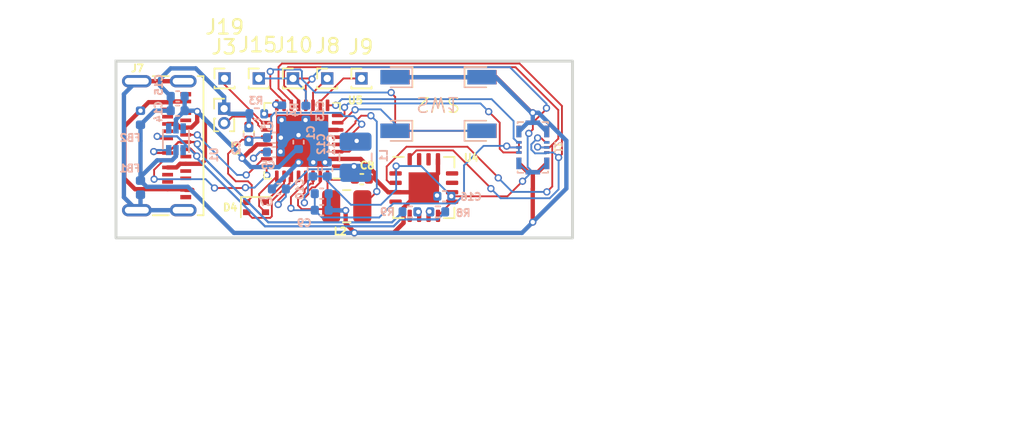
<source format=kicad_pcb>
(kicad_pcb (version 20221018) (generator pcbnew)
  (layers (0 "F.Cu" signal) (31 "B.Cu" signal) (34 "B.Paste" user) (35 "F.Paste" user) (36 "B.SilkS" user "B.Silkscreen") (37 "F.SilkS" user "F.Silkscreen") (38 "B.Mask" user) (39 "F.Mask" user) (44 "Edge.Cuts" user))
  (net 0 "")
  (net 1 "VBUS")
  (net 2 "GND")
  (net 3 "/Micro Connector/VSYS")
  (net 4 "/Micro Connector/VBUSOUT")
  (net 5 "/Micro Connector/VOUT1")
  (net 6 "/Micro Connector/VOUT2")
  (net 7 "/Micro Connector/VCC_1V8")
  (net 8 "VDD")
  (net 9 "/Micro Connector/LED_PWR_R")
  (net 10 "/Micro Connector/LED_PWR_G")
  (net 11 "/Micro Connector/LED_PWR_Y")
  (net 12 "Earth")
  (net 13 "GNDPWR")
  (net 14 "/Micro Connector/I3C_SCL")
  (net 15 "/Micro Connector/I3C_SDA")
  (net 16 "/Micro Connector/INT_1")
  (net 18 "/Micro Connector/INT_2")
  (net 20 "/Micro Connector/NTC")
  (net 21 "/Micro Connector/CC1")
  (net 22 "/Micro Connector/USB_D+")
  (net 23 "/Micro Connector/USB_D-")
  (net 25 "/Micro Connector/CC2")
  (net 27 "/Micro Connector/GPIO_2")
  (net 28 "/Micro Connector/GPIO_1")
  (net 29 "/Micro Connector/+BATT")
  (net 30 "Net-(U5-SW1)")
  (net 31 "Net-(U5-SW2)")
  (net 32 "Net-(U5-VSET1)")
  (net 33 "Net-(U5-VSET2)")
  (net 34 "Net-(U4-USBDM)")
  (net 35 "Net-(U4-USBDP)")
  (net 36 "/Micro Connector/RST_CONN")
  (net 37 "Net-(U5-SHPHLD)")
  (footprint "Connector_PinHeader_1.00mm:PinHeader_1x01_P1.00mm_Vertical" (layer "F.Cu") (at 118.3214 94.8264)
    (fp_text reference "J3")
    (fp_text value "Conn_01x01_Pin")
  )
  (footprint "Capacitor_SMD:C_0402_1005Metric" (layer "F.Cu") (at 119.9978 98.5748 90)
    (fp_text reference "C3")
    (fp_text value "10uF")
  )
  (footprint "Inductor_SMD:L_1008_2520Metric" (layer "F.Cu") (at 126.7542 103.6402)
    (fp_text reference "L2")
    (fp_text value "2.2uH")
  )
  (footprint "Connector_PinHeader_1.00mm:PinHeader_1x01_P1.00mm_Vertical" (layer "F.Cu") (at 127.7702 94.8264)
    (fp_text reference "J9")
    (fp_text value "Conn_01x01_Pin")
  )
  (footprint "Package_DFN_QFN:QFN-32-1EP_5x5mm_P0.5mm_EP3.6x3.6mm" (layer "F.Cu") (at 123.6782 99.1306 180)
    (fp_text reference "U5")
    (fp_text value "nPM1300-QEAA")
  )
  (footprint "Herald:HERALD_V2_CONN_RECEPTACLE" (layer "F.Cu") (at 139.5978 99.5818 -90)
    (fp_text reference "J1")
    (fp_text value "HERALD_V2_CONN_RECEPTACLE")
  )
  (footprint "Connector_PinHeader_1.00mm:PinHeader_1x01_P1.00mm_Vertical" (layer "F.Cu") (at 125.408 94.8264)
    (fp_text reference "J8")
    (fp_text value "Conn_01x01_Pin")
  )
  (footprint "Herald:PTS526" (layer "F.Cu") (at 133.0982 96.5886 180)
    (fp_text reference "SW2")
    (fp_text value "PTS526")
  )
  (footprint "Connector_PinHeader_1.00mm:PinHeader_1x01_P1.00mm_Vertical" (layer "F.Cu") (at 120.6836 94.8264)
    (fp_text reference "J15")
    (fp_text value "Conn_01x01_Pin")
  )
  (footprint "Herald:LED_Kingbright_APHF1608" (layer "F.Cu") (at 120.4976 103.7082)
    (fp_text reference "D4")
    (fp_text value "LED_ARGY")
  )
  (footprint "Herald:USB_C_Receptacle_IPxx" (layer "F.Cu") (at 112.268 99.4664 -90)
    (fp_text reference "J7")
    (fp_text value "USB_C_Receptacle_USB2.0")
  )
  (footprint "Connector_PinHeader_1.00mm:PinHeader_1x01_P1.00mm_Vertical" (layer "F.Cu") (at 123.0458 94.8264)
    (fp_text reference "J10")
    (fp_text value "Conn_01x01_Pin")
  )
  (footprint "Capacitor_SMD:C_0402_1005Metric" (layer "F.Cu") (at 127.7956 101.7778)
    (fp_text reference "C8")
    (fp_text value "10uF")
  )
  (footprint "Connector_PinHeader_1.00mm:PinHeader_1x02_P1.00mm_Vertical" (layer "F.Cu") (at 118.296 96.9092)
    (fp_text reference "J19")
    (fp_text value "Conn_01x02_Pin")
  )
  (footprint "Package_DFN_QFN:QFN-16-1EP_4x4mm_P0.65mm_EP2.1x2.1mm" (layer "F.Cu") (at 132.0745 102.3551)
    (fp_text reference "U4")
    (fp_text value "FT201XQ")
  )
  (footprint "Capacitor_SMD:C_0402_1005Metric" (layer "B.Cu") (at 124.4174 101.1028 90)
    (fp_text reference "C12")
    (fp_text value "10uF")
  )
  (footprint "Inductor_SMD:L_0402_1005Metric" (layer "B.Cu") (at 112.522 97.5384 -90)
    (fp_text reference "FB2")
    (fp_text value "120R/0.6A")
  )
  (footprint "Resistor_SMD:R_0402_1005Metric" (layer "B.Cu") (at 120.5484 97.2648 180)
    (fp_text reference "R3")
    (fp_text value "4.7K")
  )
  (footprint "Capacitor_SMD:C_0402_1005Metric" (layer "B.Cu") (at 123.4268 99.2206 90)
    (fp_text reference "C1")
    (fp_text value "1uF")
  )
  (footprint "Capacitor_SMD:C_0402_1005Metric" (layer "B.Cu") (at 125.408 101.1002 90)
    (fp_text reference "C11")
    (fp_text value "10uF")
  )
  (footprint "Capacitor_SMD:C_0402_1005Metric" (layer "B.Cu") (at 125.027 103.9196)
    (fp_text reference "C9")
    (fp_text value "10uF")
  )
  (footprint "Capacitor_SMD:C_0402_1005Metric" (layer "B.Cu") (at 123.9348 97.1886 90)
    (fp_text reference "C13")
    (fp_text value "100nF")
  )
  (footprint "Resistor_SMD:R_0402_1005Metric" (layer "B.Cu") (at 133.0397 104.0315)
    (fp_text reference "R8")
    (fp_text value "27")
  )
  (footprint "Capacitor_SMD:C_0402_1005Metric" (layer "B.Cu") (at 115.0874 96.0628)
    (fp_text reference "C15")
    (fp_text value "100nF/100V")
  )
  (footprint "Capacitor_SMD:C_0402_1005Metric" (layer "B.Cu") (at 122.0718 102.4518 180)
    (fp_text reference "C7")
    (fp_text value "10uF")
  )
  (footprint "Inductor_SMD:L_0402_1005Metric" (layer "B.Cu") (at 112.522 102.362 90)
    (fp_text reference "FB1")
    (fp_text value "120R/0.6A")
  )
  (footprint "Capacitor_SMD:C_0402_1005Metric" (layer "B.Cu") (at 125.027 102.7766)
    (fp_text reference "C10")
    (fp_text value "10uF")
  )
  (footprint "Resistor_SMD:R_0402_1005Metric" (layer "B.Cu") (at 122.2584 97.1886 90)
    (fp_text reference "R4")
    (fp_text value "499K")
  )
  (footprint "Resistor_SMD:R_0402_1005Metric" (layer "B.Cu") (at 131.1093 104.0315)
    (fp_text reference "R9")
    (fp_text value "27")
  )
  (footprint "Capacitor_SMD:C_0402_1005Metric" (layer "B.Cu") (at 133.4897 102.9535 180)
    (fp_text reference "C16")
    (fp_text value "100nF")
  )
  (footprint "Herald:HERALD_V2_CONN_RECEPTACLE" (layer "B.Cu") (at 139.5932 99.5874 90)
    (fp_text reference "J2")
    (fp_text value "HERALD_V2_CONN_RECEPTACLE")
  )
  (footprint "Herald:SOT-563" (layer "B.Cu") (at 114.9684 99.0226 90)
    (fp_text reference "U1")
    (fp_text value "DT1446-04V")
  )
  (footprint "Capacitor_SMD:C_0402_1005Metric" (layer "B.Cu") (at 115.0874 97.0534)
    (fp_text reference "C14")
    (fp_text value "4.7uF")
  )
  (footprint "Capacitor_SMD:C_0402_1005Metric" (layer "B.Cu") (at 121.725 98.9158)
    (fp_text reference "C4")
    (fp_text value "10uF")
  )
  (footprint "Inductor_SMD:L_1008_2520Metric" (layer "B.Cu") (at 127.3638 100.262 90)
    (fp_text reference "L1")
    (fp_text value "2.2uH")
  )
  (footprint "Herald:PTS526" (layer "B.Cu") (at 133.0728 96.5886)
    (fp_text reference "SW1")
    (fp_text value "PTS526")
  )
  (footprint "Capacitor_SMD:C_0402_1005Metric" (layer "B.Cu") (at 121.725 99.9064)
    (fp_text reference "C5")
    (fp_text value "1uF")
  )
  (footprint "Capacitor_SMD:C_0402_1005Metric" (layer "B.Cu") (at 119.9978 98.738 90)
    (fp_text reference "C2")
    (fp_text value "10uF")
  )
  (gr_rect (start 110.8316 93.6304) (end 142.3316 105.8304) (stroke (width 0.2)) (fill none) (layer "Edge.Cuts"))
  (segment (start 120.5689 99.3806) (end 121.2282 99.3806) (width 0.3) (layer "F.Cu") (net 1))
  (segment (start 115.25409 100.7164) (end 115.643 100.7164) (width 0.3) (layer "F.Cu") (net 1))
  (segment (start 115.00409 97.9664) (end 115.25409 98.2164) (width 0.3) (layer "F.Cu") (net 1))
  (segment (start 114.393 100.9664) (end 115.00409 100.9664) (width 0.3) (layer "F.Cu") (net 1))
  (segment (start 116.03191 98.2164) (end 115.643 98.2164) (width 0.3) (layer "F.Cu") (net 1))
  (segment (start 119.577337 100.33) (end 120.102337 99.805) (width 0.3) (layer "F.Cu") (net 1))
  (segment (start 115.25409 98.2164) (end 115.643 98.2164) (width 0.3) (layer "F.Cu") (net 1))
  (segment (start 116.4336 97.81471) (end 116.03191 98.2164) (width 0.3) (layer "F.Cu") (net 1))
  (segment (start 116.967 97.6376) (end 116.4336 97.1042) (width 0.3) (layer "F.Cu") (net 1))
  (segment (start 116.967 100.457) (end 116.967 97.6376) (width 0.3) (layer "F.Cu") (net 1))
  (segment (start 115.643 100.7164) (end 116.7076 100.7164) (width 0.3) (layer "F.Cu") (net 1))
  (segment (start 120.102337 99.805) (end 120.1445 99.805) (width 0.3) (layer "F.Cu") (net 1))
  (segment (start 115.00409 100.9664) (end 115.25409 100.7164) (width 0.3) (layer "F.Cu") (net 1))
  (segment (start 120.1445 99.805) (end 120.5689 99.3806) (width 0.3) (layer "F.Cu") (net 1))
  (segment (start 116.4336 97.1042) (end 116.4336 97.81471) (width 0.3) (layer "F.Cu") (net 1))
  (segment (start 116.7076 100.7164) (end 116.967 100.457) (width 0.3) (layer "F.Cu") (net 1))
  (segment (start 119.5324 100.33) (end 119.577337 100.33) (width 0.3) (layer "F.Cu") (net 1))
  (segment (start 114.393 97.9664) (end 115.00409 97.9664) (width 0.3) (layer "F.Cu") (net 1))
  (via (at 119.5324 100.33) (size 0.5) (drill 0.3) (layers "F.Cu" "B.Cu") (net 1))
  (via (at 116.4336 97.1042) (size 0.5) (drill 0.3) (layers "F.Cu" "B.Cu") (net 1))
  (segment (start 119.5324 100.33) (end 119.5324 100.203) (width 0.3) (layer "B.Cu") (net 1))
  (segment (start 116.3828 97.0534) (end 116.4336 97.1042) (width 0.3) (layer "B.Cu") (net 1))
  (segment (start 119.5324 100.33) (end 120.142 100.9396) (width 0.3) (layer "B.Cu") (net 1))
  (segment (start 115.5674 97.0534) (end 115.5674 96.0628) (width 0.3) (layer "B.Cu") (net 1))
  (segment (start 114.9684 97.6524) (end 114.9684 98.2726) (width 0.3) (layer "B.Cu") (net 1))
  (segment (start 122.0687 100.9396) (end 123.3077 99.7006) (width 0.3) (layer "B.Cu") (net 1))
  (segment (start 120.142 100.9396) (end 122.0687 100.9396) (width 0.3) (layer "B.Cu") (net 1))
  (segment (start 115.5674 97.0534) (end 116.3828 97.0534) (width 0.3) (layer "B.Cu") (net 1))
  (segment (start 119.5324 100.203) (end 116.4336 97.1042) (width 0.3) (layer "B.Cu") (net 1))
  (segment (start 115.5674 97.0534) (end 114.9684 97.6524) (width 0.3) (layer "B.Cu") (net 1))
  (segment (start 139.590256 102.459344) (end 139.5978 102.4518) (width 0.3) (layer "F.Cu") (net 2))
  (segment (start 139.2478 101.2918) (end 138.6378 100.6818) (width 0.3) (layer "F.Cu") (net 2))
  (segment (start 126.6787 104.8347) (end 127.254 105.41) (width 0.3) (layer "F.Cu") (net 2))
  (segment (start 130.0982 94.7386) (end 136.0982 94.7386) (width 0.3) (layer "F.Cu") (net 2))
  (segment (start 136.0982 94.7386) (end 137.0662 94.7386) (width 0.3) (layer "F.Cu") (net 2))
  (segment (start 126.1287 100.3801) (end 127.7105 100.3801) (width 0.3) (layer "F.Cu") (net 2))
  (segment (start 137.0662 94.7386) (end 139.5216 97.194) (width 0.3) (layer "F.Cu") (net 2))
  (segment (start 139.5978 101.2918) (end 139.2478 101.2918) (width 0.3) (layer "F.Cu") (net 2))
  (segment (start 128.701663 101.7606) (end 129.621163 102.6801) (width 0.3) (layer "F.Cu") (net 2))
  (segment (start 133.0495 100.4051) (end 133.0495 101.3801) (width 0.3) (layer "F.Cu") (net 2))
  (segment (start 129.996076 105.4785) (end 130.6745 104.800076) (width 0.3) (layer "F.Cu") (net 2))
  (segment (start 128.701663 101.371263) (end 128.701663 101.7606) (width 0.3) (layer "F.Cu") (net 2))
  (segment (start 125.4926 100.3806) (end 125.2556 100.6176) (width 0.3) (layer "F.Cu") (net 2))
  (segment (start 130.6745 104.800076) (end 130.6745 103.7551) (width 0.3) (layer "F.Cu") (net 2))
  (segment (start 139.5216 97.194) (end 139.5926 97.194) (width 0.3) (layer "F.Cu") (net 2))
  (segment (start 125.0186 100.3806) (end 124.9282 100.3806) (width 0.3) (layer "F.Cu") (net 2))
  (segment (start 126.1282 98.3806) (end 124.4282 98.3806) (width 0.3) (layer "F.Cu") (net 2))
  (segment (start 126.1282 100.3806) (end 126.1287 100.3801) (width 0.3) (layer "F.Cu") (net 2))
  (segment (start 139.590256 104.741456) (end 139.590256 102.459344) (width 0.3) (layer "F.Cu") (net 2))
  (segment (start 126.6787 103.9368) (end 126.6787 104.8347) (width 0.3) (layer "F.Cu") (net 2))
  (segment (start 127.2794 105.4785) (end 129.996076 105.4785) (width 0.3) (layer "F.Cu") (net 2))
  (segment (start 124.9282 100.3806) (end 123.6782 99.1306) (width 0.3) (layer "F.Cu") (net 2))
  (segment (start 139.9478 101.2918) (end 140.5578 100.6818) (width 0.3) (layer "F.Cu") (net 2))
  (segment (start 130.1245 102.6801) (end 131.7495 102.6801) (width 0.3) (layer "F.Cu") (net 2))
  (segment (start 133.0495 101.3801) (end 132.0745 102.3551) (width 0.3) (layer "F.Cu") (net 2))
  (segment (start 139.5978 102.4518) (end 139.5978 101.2918) (width 0.3) (layer "F.Cu") (net 2))
  (segment (start 126.1282 100.3806) (end 125.4926 100.3806) (width 0.3) (layer "F.Cu") (net 2))
  (segment (start 130.6745 103.7551) (end 132.0745 102.3551) (width 0.3) (layer "F.Cu") (net 2))
  (segment (start 127.7105 100.3801) (end 128.701663 101.371263) (width 0.3) (layer "F.Cu") (net 2))
  (segment (start 125.2556 100.6176) (end 125.0186 100.3806) (width 0.3) (layer "F.Cu") (net 2))
  (segment (start 139.5978 101.2918) (end 139.9478 101.2918) (width 0.3) (layer "F.Cu") (net 2))
  (segment (start 131.7495 102.6801) (end 132.0745 102.3551) (width 0.3) (layer "F.Cu") (net 2))
  (segment (start 124.4282 98.3806) (end 123.6782 99.1306) (width 0.3) (layer "F.Cu") (net 2))
  (segment (start 129.621163 102.6801) (end 130.1245 102.6801) (width 0.3) (layer "F.Cu") (net 2))
  (via (at 123.4268 100.6176) (size 0.5) (drill 0.3) (layers "F.Cu" "B.Cu") (net 2))
  (via (at 127.2794 105.4785) (size 0.5) (drill 0.3) (layers "F.Cu" "B.Cu") (net 2))
  (via (at 122.2584 97.6966) (size 0.5) (drill 0.3) (layers "F.Cu" "B.Cu") (net 2))
  (via (at 139.5926 97.194) (size 0.5) (drill 0.3) (layers "F.Cu" "B.Cu") (net 2))
  (via (at 123.4268 98.738) (size 0.5) (drill 0.3) (layers "F.Cu" "B.Cu") (net 2))
  (via (at 123.9094 97.6966) (size 0.5) (drill 0.3) (layers "F.Cu" "B.Cu") (net 2))
  (via (at 125.2556 100.6176) (size 0.5) (drill 0.3) (layers "F.Cu" "B.Cu") (net 2))
  (via (at 122.1822 99.881) (size 0.5) (drill 0.3) (layers "F.Cu" "B.Cu") (net 2))
  (via (at 126.6787 103.9368) (size 0.5) (drill 0.3) (layers "F.Cu" "B.Cu") (net 2))
  (via (at 122.2076 98.9158) (size 0.5) (drill 0.3) (layers "F.Cu" "B.Cu") (net 2))
  (via (at 124.4428 100.6176) (size 0.5) (drill 0.3) (layers "F.Cu" "B.Cu") (net 2))
  (via (at 132.9817 102.9027) (size 0.5) (drill 0.3) (layers "F.Cu" "B.Cu") (net 2))
  (via (at 119.9978 98.0948) (size 0.5) (drill 0.3) (layers "F.Cu" "B.Cu") (net 2))
  (via (at 139.590256 104.741456) (size 0.5) (drill 0.3) (layers "F.Cu" "B.Cu") (net 2))
  (segment (start 114.9684 100.19901) (end 114.69341 100.474) (width 0.3) (layer "B.Cu") (net 2))
  (segment (start 139.5926 97.194) (end 139.5926 97.273) (width 0.3) (layer "B.Cu") (net 2))
  (segment (start 112.522 99.1388) (end 112.522 101.877) (width 0.3) (layer "B.Cu") (net 2))
  (segment (start 123.4268 100.6176) (end 123.426 100.6176) (width 0.3) (layer "B.Cu") (net 2))
  (segment (start 114.9684 99.7726) (end 114.9684 100.19901) (width 0.3) (layer "B.Cu") (net 2))
  (segment (start 114.6074 96.0628) (end 113.8682 95.3236) (width 0.3) (layer "B.Cu") (net 2))
  (segment (start 139.984663 97.194) (end 139.5926 97.194) (width 0.3) (layer "B.Cu") (net 2))
  (segment (start 138.845512 105.4862) (end 118.9736 105.4862) (width 0.3) (layer "B.Cu") (net 2))
  (segment (start 113.8682 95.3236) (end 113.8682 94.869) (width 0.3) (layer "B.Cu") (net 2))
  (segment (start 113.492 97.0534) (end 112.522 98.0234) (width 0.3) (layer "B.Cu") (net 2))
  (segment (start 119.9978 97.3054) (end 120.0384 97.2648) (width 0.3) (layer "B.Cu") (net 2))
  (segment (start 125.507 102.7766) (end 125.507 103.9196) (width 0.3) (layer "B.Cu") (net 2))
  (segment (start 136.0728 94.7386) (end 130.0728 94.7386) (width 0.3) (layer "B.Cu") (net 2))
  (segment (start 139.2426 97.8774) (end 138.6326 98.4874) (width 0.3) (layer "B.Cu") (net 2))
  (segment (start 118.6516 97.2648) (end 118.296 96.9092) (width 0.3) (layer "B.Cu") (net 2))
  (segment (start 126.6787 103.9368) (end 126.247 103.9368) (width 0.3) (layer "B.Cu") (net 2))
  (segment (start 139.4962 97.194) (end 139.5926 97.194) (width 0.3) (layer "B.Cu") (net 2))
  (segment (start 139.590256 104.741456) (end 141.9098 102.421911) (width 0.3) (layer "B.Cu") (net 2))
  (segment (start 114.69341 100.474) (end 113.6734 100.474) (width 0.3) (layer "B.Cu") (net 2))
  (segment (start 126.2298 103.9196) (end 125.507 103.9196) (width 0.3) (layer "B.Cu") (net 2))
  (segment (start 115.7902 102.3028) (end 112.9478 102.3028) (width 0.3) (layer "B.Cu") (net 2))
  (segment (start 118.296 96.0964) (end 118.296 96.9092) (width 0.3) (layer "B.Cu") (net 2))
  (segment (start 126.247 103.9368) (end 126.2298 103.9196) (width 0.3) (layer "B.Cu") (net 2))
  (segment (start 141.9098 99.119137) (end 139.984663 97.194) (width 0.3) (layer "B.Cu") (net 2))
  (segment (start 139.5926 97.8774) (end 139.9426 97.8774) (width 0.3) (layer "B.Cu") (net 2))
  (segment (start 118.9736 105.4862) (end 115.7902 102.3028) (width 0.3) (layer "B.Cu") (net 2))
  (segment (start 139.5926 97.8774) (end 139.2426 97.8774) (width 0.3) (layer "B.Cu") (net 2))
  (segment (start 116.332 94.1324) (end 118.296 96.0964) (width 0.3) (layer "B.Cu") (net 2))
  (segment (start 112.522 98.0234) (end 112.522 99.1388) (width 0.3) (layer "B.Cu") (net 2))
  (segment (start 114.6048 94.1324) (end 116.332 94.1324) (width 0.3) (layer "B.Cu") (net 2))
  (segment (start 123.426 100.6176) (end 121.5918 102.4518) (width 0.3) (layer "B.Cu") (net 2))
  (segment (start 139.590256 104.741456) (end 138.845512 105.4862) (width 0.3) (layer "B.Cu") (net 2))
  (segment (start 120.0384 97.2648) (end 118.6516 97.2648) (width 0.3) (layer "B.Cu") (net 2))
  (segment (start 136.0728 94.7386) (end 137.0408 94.7386) (width 0.3) (layer "B.Cu") (net 2))
  (segment (start 113.8682 94.869) (end 114.6048 94.1324) (width 0.3) (layer "B.Cu") (net 2))
  (segment (start 137.0408 94.7386) (end 139.4962 97.194) (width 0.3) (layer "B.Cu") (net 2))
  (segment (start 113.6734 100.474) (end 112.522 101.6254) (width 0.3) (layer "B.Cu") (net 2))
  (segment (start 139.5926 97.273) (end 139.5926 97.8774) (width 0.3) (layer "B.Cu") (net 2))
  (segment (start 114.6074 97.0534) (end 113.492 97.0534) (width 0.3) (layer "B.Cu") (net 2))
  (segment (start 139.9426 97.8774) (end 140.5526 98.4874) (width 0.3) (layer "B.Cu") (net 2))
  (segment (start 119.9978 98.258) (end 119.9978 97.3054) (width 0.3) (layer "B.Cu") (net 2))
  (segment (start 139.5926 97.273) (end 139.5926 97.273) (width 0.3) (layer "B.Cu") (net 2))
  (segment (start 114.6074 96.0628) (end 114.6074 97.0534) (width 0.3) (layer "B.Cu") (net 2))
  (segment (start 112.9478 102.3028) (end 112.522 101.877) (width 0.3) (layer "B.Cu") (net 2))
  (segment (start 141.9098 102.421911) (end 141.9098 99.119137) (width 0.3) (layer "B.Cu") (net 2))
  (segment (start 112.522 101.6254) (end 112.522 101.877) (width 0.3) (layer "B.Cu") (net 2))
  (segment (start 120.3082 98.9076) (end 121.2012 98.9076) (width 0.127) (layer "F.Cu") (net 3))
  (segment (start 119.5376 99.0548) (end 118.5672 100.0252) (width 0.127) (layer "F.Cu") (net 3))
  (segment (start 120.161 99.0548) (end 120.3082 98.9076) (width 0.127) (layer "F.Cu") (net 3))
  (segment (start 127.7868 97.9814) (end 126.3876 99.3806) (width 0.127) (layer "F.Cu") (net 3))
  (segment (start 120.1995 102.180367) (end 120.1995 103.0063) (width 0.127) (layer "F.Cu") (net 3))
  (segment (start 119.942633 101.9235) (end 120.1995 102.180367) (width 0.127) (layer "F.Cu") (net 3))
  (segment (start 119.9978 99.0548) (end 119.5376 99.0548) (width 0.127) (layer "F.Cu") (net 3))
  (segment (start 119.0939 101.9235) (end 119.942633 101.9235) (width 0.127) (layer "F.Cu") (net 3))
  (segment (start 118.5672 101.3968) (end 119.0939 101.9235) (width 0.127) (layer "F.Cu") (net 3))
  (segment (start 120.1995 103.0063) (end 119.8476 103.3582) (width 0.127) (layer "F.Cu") (net 3))
  (segment (start 121.2012 98.9076) (end 121.2282 98.8806) (width 0.127) (layer "F.Cu") (net 3))
  (segment (start 119.9978 99.0548) (end 120.161 99.0548) (width 0.127) (layer "F.Cu") (net 3))
  (segment (start 126.3876 99.3806) (end 126.1282 99.3806) (width 0.127) (layer "F.Cu") (net 3))
  (segment (start 118.5672 100.0252) (end 118.5672 101.3968) (width 0.127) (layer "F.Cu") (net 3))
  (via (at 127.7868 97.9814) (size 0.5) (drill 0.3) (layers "F.Cu" "B.Cu") (net 3))
  (via (at 119.9978 99.0548) (size 0.5) (drill 0.3) (layers "F.Cu" "B.Cu") (net 3))
  (segment (start 121.7733 97.2001) (end 121.539 97.4344) (width 0.127) (layer "B.Cu") (net 3))
  (segment (start 121.539 97.4344) (end 121.539 98.6218) (width 0.127) (layer "B.Cu") (net 3))
  (segment (start 126.356433 97.2001) (end 121.7733 97.2001) (width 0.127) (layer "B.Cu") (net 3))
  (segment (start 121.539 98.6218) (end 121.245 98.9158) (width 0.127) (layer "B.Cu") (net 3))
  (segment (start 121.245 98.9158) (end 120.3 98.9158) (width 0.127) (layer "B.Cu") (net 3))
  (segment (start 126.585633 97.4293) (end 126.356433 97.2001) (width 0.127) (layer "B.Cu") (net 3))
  (segment (start 127.7868 97.9814) (end 127.2347 97.4293) (width 0.127) (layer "B.Cu") (net 3))
  (segment (start 127.2347 97.4293) (end 126.585633 97.4293) (width 0.127) (layer "B.Cu") (net 3))
  (segment (start 120.3 98.9158) (end 119.9978 99.218) (width 0.127) (layer "B.Cu") (net 3))
  (segment (start 120.7946 99.8806) (end 121.2282 99.8806) (width 0.127) (layer "F.Cu") (net 4))
  (segment (start 120.3452 100.33) (end 120.7946 99.8806) (width 0.127) (layer "F.Cu") (net 4))
  (segment (start 120.3198 100.33) (end 120.3452 100.33) (width 0.127) (layer "F.Cu") (net 4))
  (via (at 120.3198 100.33) (size 0.5) (drill 0.3) (layers "F.Cu" "B.Cu") (net 4))
  (segment (start 120.3198 100.33) (end 120.7434 99.9064) (width 0.127) (layer "B.Cu") (net 4))
  (segment (start 120.7434 99.9064) (end 121.245 99.9064) (width 0.127) (layer "B.Cu") (net 4))
  (segment (start 123.4282 101.8444) (end 123.4282 101.5806) (width 0.127) (layer "F.Cu") (net 5))
  (segment (start 122.0241 103.2485) (end 123.4282 101.8444) (width 0.127) (layer "F.Cu") (net 5))
  (segment (start 127.2295 100.8806) (end 126.1282 100.8806) (width 0.127) (layer "F.Cu") (net 5))
  (segment (start 127.254 100.9051) (end 127.2295 100.8806) (width 0.127) (layer "F.Cu") (net 5))
  (segment (start 122.0241 103.522613) (end 122.0241 103.2485) (width 0.127) (layer "F.Cu") (net 5))
  (via (at 122.0241 103.522613) (size 0.5) (drill 0.3) (layers "F.Cu" "B.Cu") (net 5))
  (via (at 127.254 100.9051) (size 0.5) (drill 0.3) (layers "F.Cu" "B.Cu") (net 5))
  (segment (start 122.77383 102.4518) (end 124.13433 101.0913) (width 0.127) (layer "B.Cu") (net 5))
  (segment (start 127.0678 101.0913) (end 127.254 100.9051) (width 0.127) (layer "B.Cu") (net 5))
  (segment (start 124.13433 101.0913) (end 127.0678 101.0913) (width 0.127) (layer "B.Cu") (net 5))
  (segment (start 122.5518 102.994913) (end 122.5518 102.4518) (width 0.127) (layer "B.Cu") (net 5))
  (segment (start 122.5518 102.4518) (end 122.77383 102.4518) (width 0.127) (layer "B.Cu") (net 5))
  (segment (start 122.0241 103.522613) (end 122.5518 102.994913) (width 0.127) (layer "B.Cu") (net 5))
  (segment (start 125.4282 102.492) (end 125.4282 101.5806) (width 0.127) (layer "F.Cu") (net 6))
  (segment (start 124.260985 102.0861) (end 123.8565 102.490585) (width 0.127) (layer "F.Cu") (net 6))
  (segment (start 123.650567 103.8434) (end 125.476 103.8434) (width 0.127) (layer "F.Cu") (net 6))
  (segment (start 123.8565 102.695918) (end 123.3942 103.158218) (width 0.127) (layer "F.Cu") (net 6))
  (segment (start 124.4282 102.0861) (end 124.260985 102.0861) (width 0.127) (layer "F.Cu") (net 6))
  (segment (start 125.6657 101.8181) (end 125.4282 101.5806) (width 0.127) (layer "F.Cu") (net 6))
  (segment (start 125.6792 103.6402) (end 125.4334 103.3944) (width 0.127) (layer "F.Cu") (net 6))
  (segment (start 124.4282 101.5806) (end 124.4282 102.0861) (width 0.127) (layer "F.Cu") (net 6))
  (segment (start 127.2581 101.8181) (end 125.6657 101.8181) (width 0.127) (layer "F.Cu") (net 6))
  (segment (start 127.3156 101.7606) (end 127.2581 101.8181) (width 0.127) (layer "F.Cu") (net 6))
  (segment (start 125.476 103.8434) (end 125.6792 103.6402) (width 0.127) (layer "F.Cu") (net 6))
  (segment (start 125.4334 102.4972) (end 125.4282 102.492) (width 0.127) (layer "F.Cu") (net 6))
  (segment (start 123.8565 102.490585) (end 123.8565 102.695918) (width 0.127) (layer "F.Cu") (net 6))
  (segment (start 123.3942 103.587033) (end 123.650567 103.8434) (width 0.127) (layer "F.Cu") (net 6))
  (segment (start 123.3942 103.158218) (end 123.3942 103.587033) (width 0.127) (layer "F.Cu") (net 6))
  (segment (start 125.4282 101.835568) (end 125.4282 101.5806) (width 0.127) (layer "F.Cu") (net 6))
  (segment (start 125.4334 103.3944) (end 125.4334 102.4972) (width 0.127) (layer "F.Cu") (net 6))
  (segment (start 123.9282 101.9806) (end 123.9282 101.5806) (width 0.127) (layer "F.Cu") (net 7))
  (segment (start 138.6378 99.2318) (end 138.6378 99.5818) (width 0.127) (layer "F.Cu") (net 7))
  (segment (start 137.8824 99.5818) (end 137.7944 99.4938) (width 0.127) (layer "F.Cu") (net 7))
  (segment (start 122.902509 103.7844) (end 122.902509 103.006291) (width 0.127) (layer "F.Cu") (net 7))
  (segment (start 138.6378 99.5818) (end 137.8824 99.5818) (width 0.127) (layer "F.Cu") (net 7))
  (segment (start 122.902509 103.006291) (end 123.9282 101.9806) (width 0.127) (layer "F.Cu") (net 7))
  (via (at 137.7944 99.4938) (size 0.5) (drill 0.3) (layers "F.Cu" "B.Cu") (net 7))
  (via (at 122.902509 103.7844) (size 0.5) (drill 0.3) (layers "F.Cu" "B.Cu") (net 7))
  (segment (start 128.9942 104.4194) (end 125.0468 104.4194) (width 0.127) (layer "B.Cu") (net 7))
  (segment (start 134.848 100.8262) (end 134.848 102.84977) (width 0.127) (layer "B.Cu") (net 7))
  (segment (start 134.24577 103.452) (end 129.9616 103.452) (width 0.127) (layer "B.Cu") (net 7))
  (segment (start 129.9616 103.452) (end 128.9942 104.4194) (width 0.127) (layer "B.Cu") (net 7))
  (segment (start 138.6326 99.5874) (end 138.6326 99.9374) (width 0.127) (layer "B.Cu") (net 7))
  (segment (start 124.547 102.7766) (end 124.547 103.9196) (width 0.127) (layer "B.Cu") (net 7))
  (segment (start 134.848 102.84977) (end 134.24577 103.452) (width 0.127) (layer "B.Cu") (net 7))
  (segment (start 125.0468 104.4194) (end 124.547 103.9196) (width 0.127) (layer "B.Cu") (net 7))
  (segment (start 137.7806 99.48) (end 136.1942 99.48) (width 0.127) (layer "B.Cu") (net 7))
  (segment (start 122.902509 103.7844) (end 123.037709 103.9196) (width 0.127) (layer "B.Cu") (net 7))
  (segment (start 136.1942 99.48) (end 134.848 100.8262) (width 0.127) (layer "B.Cu") (net 7))
  (segment (start 137.7944 99.4938) (end 137.888 99.5874) (width 0.127) (layer "B.Cu") (net 7))
  (segment (start 137.888 99.5874) (end 138.6326 99.5874) (width 0.127) (layer "B.Cu") (net 7))
  (segment (start 123.037709 103.9196) (end 124.547 103.9196) (width 0.127) (layer "B.Cu") (net 7))
  (segment (start 137.7944 99.4938) (end 137.7806 99.48) (width 0.127) (layer "B.Cu") (net 7))
  (segment (start 123.8327 103.4054) (end 123.8327 103.0761) (width 0.127) (layer "F.Cu") (net 8))
  (segment (start 133.9723 102.9535) (end 133.9786 102.9598) (width 0.127) (layer "F.Cu") (net 8))
  (segment (start 134.0245 102.9013) (end 134.0245 102.6801) (width 0.127) (layer "F.Cu") (net 8))
  (segment (start 134.0245 103.3301) (end 133.0495 104.3051) (width 0.127) (layer "F.Cu") (net 8))
  (segment (start 123.9282 95.2992) (end 123.9282 96.6806) (width 0.127) (layer "F.Cu") (net 8))
  (segment (start 124.5707 102.3381) (end 124.9282 101.9806) (width 0.127) (layer "F.Cu") (net 8))
  (segment (start 139.5978 97.8718) (end 139.2478 97.8718) (width 0.127) (layer "F.Cu") (net 8))
  (segment (start 137.8452 102.9598) (end 138.8866 101.9184) (width 0.127) (layer "F.Cu") (net 8))
  (segment (start 130.1623 100.8707) (end 130.1877 100.8707) (width 0.127) (layer "F.Cu") (net 8))
  (segment (start 139.5978 97.8718) (end 139.9478 97.8718) (width 0.127) (layer "F.Cu") (net 8))
  (segment (start 124.365367 102.3381) (end 124.5707 102.3381) (width 0.127) (layer "F.Cu") (net 8))
  (segment (start 139.5978 97.8718) (end 139.5978 98.337) (width 0.127) (layer "F.Cu") (net 8))
  (segment (start 124.9282 101.9806) (end 124.9282 101.5806) (width 0.127) (layer "F.Cu") (net 8))
  (segment (start 133.9723 102.9535) (end 134.0245 102.9013) (width 0.127) (layer "F.Cu") (net 8))
  (segment (start 130.1245 100.9339) (end 130.1623 100.8961) (width 0.127) (layer "F.Cu") (net 8))
  (segment (start 139.2478 97.8718) (end 138.6378 98.4818) (width 0.127) (layer "F.Cu") (net 8))
  (segment (start 139.9478 97.8718) (end 140.5578 98.4818) (width 0.127) (layer "F.Cu") (net 8))
  (segment (start 124.1085 102.8003) (end 124.1085 102.594967) (width 0.127) (layer "F.Cu") (net 8))
  (segment (start 133.9786 102.9598) (end 137.8452 102.9598) (width 0.127) (layer "F.Cu") (net 8))
  (segment (start 124.1085 102.594967) (end 124.365367 102.3381) (width 0.127) (layer "F.Cu") (net 8))
  (segment (start 130.1245 101.3801) (end 130.1245 100.9339) (width 0.127) (layer "F.Cu") (net 8))
  (segment (start 124.3584 94.869) (end 123.9282 95.2992) (width 0.127) (layer "F.Cu") (net 8))
  (segment (start 130.1623 100.8961) (end 130.1623 100.8707) (width 0.127) (layer "F.Cu") (net 8))
  (segment (start 140.5382 96.8756) (end 140.5382 96.9314) (width 0.127) (layer "F.Cu") (net 8))
  (segment (start 130.1877 100.8707) (end 130.1369 100.9215) (width 0.127) (layer "F.Cu") (net 8))
  (segment (start 123.8327 103.0761) (end 124.1085 102.8003) (width 0.127) (layer "F.Cu") (net 8))
  (segment (start 139.5978 98.337) (end 139.3184 98.6164) (width 0.127) (layer "F.Cu") (net 8))
  (segment (start 124.3584 94.869) (end 124.3158 94.8264) (width 0.127) (layer "F.Cu") (net 8))
  (segment (start 134.0245 103.3301) (end 134.0245 103.0057) (width 0.127) (layer "F.Cu") (net 8))
  (segment (start 124.3158 94.8264) (end 123.0458 94.8264) (width 0.127) (layer "F.Cu") (net 8))
  (segment (start 134.0245 103.0057) (end 133.9723 102.9535) (width 0.127) (layer "F.Cu") (net 8))
  (segment (start 140.5382 96.9314) (end 139.5978 97.8718) (width 0.127) (layer "F.Cu") (net 8))
  (via (at 124.3584 94.869) (size 0.5) (drill 0.3) (layers "F.Cu" "B.Cu") (net 8))
  (via (at 139.3184 98.6164) (size 0.5) (drill 0.3) (layers "F.Cu" "B.Cu") (net 8))
  (via (at 123.8327 103.4054) (size 0.5) (drill 0.3) (layers "F.Cu" "B.Cu") (net 8))
  (via (at 140.5382 96.8756) (size 0.5) (drill 0.3) (layers "F.Cu" "B.Cu") (net 8))
  (via (at 130.1623 100.8707) (size 0.5) (drill 0.3) (layers "F.Cu" "B.Cu") (net 8))
  (via (at 138.8866 101.9184) (size 0.5) (drill 0.3) (layers "F.Cu" "B.Cu") (net 8))
  (via (at 133.9723 102.9535) (size 0.5) (drill 0.3) (layers "F.Cu" "B.Cu") (net 8))
  (segment (start 139.5926 101.2974) (end 139.2426 101.2974) (width 0.127) (layer "B.Cu") (net 8))
  (segment (start 139.5076 101.2974) (end 138.8866 101.9184) (width 0.127) (layer "B.Cu") (net 8))
  (segment (start 139.2375 98.6973) (end 139.3184 98.6164) (width 0.127) (layer "B.Cu") (net 8))
  (segment (start 131.8895 100.8707) (end 133.9723 102.9535) (width 0.127) (layer "B.Cu") (net 8))
  (segment (start 139.5926 101.2974) (end 139.5076 101.2974) (width 0.127) (layer "B.Cu") (net 8))
  (segment (start 123.9348 95.7154) (end 123.9266 95.7072) (width 0.127) (layer "B.Cu") (net 8))
  (segment (start 127.04897 103.544) (end 129.1076 103.544) (width 0.127) (layer "B.Cu") (net 8))
  (segment (start 124.3584 94.75942) (end 124.3584 94.869) (width 0.127) (layer "B.Cu") (net 8))
  (segment (start 123.0458 94.8264) (end 123.9266 95.7072) (width 0.127) (layer "B.Cu") (net 8))
  (segment (start 124.42 101.5802) (end 124.4174 101.5828) (width 0.127) (layer "B.Cu") (net 8))
  (segment (start 139.9426 101.2974) (end 140.5526 100.6874) (width 0.127) (layer "B.Cu") (net 8))
  (segment (start 139.5926 101.314) (end 139.5926 101.2974) (width 0.127) (layer "B.Cu") (net 8))
  (segment (start 139.5926 101.2974) (end 139.9426 101.2974) (width 0.127) (layer "B.Cu") (net 8))
  (segment (start 125.408 101.5802) (end 124.42 101.5802) (width 0.127) (layer "B.Cu") (net 8))
  (segment (start 123.8327 102.9549) (end 124.0785 102.7091) (width 0.127) (layer "B.Cu") (net 8))
  (segment (start 139.5926 101.2974) (end 139.2375 100.9423) (width 0.127) (layer "B.Cu") (net 8))
  (segment (start 130.1623 100.8707) (end 131.8895 100.8707) (width 0.127) (layer "B.Cu") (net 8))
  (segment (start 129.1076 103.544) (end 130.1623 102.4893) (width 0.127) (layer "B.Cu") (net 8))
  (segment (start 123.8327 103.4054) (end 123.8327 102.9549) (width 0.127) (layer "B.Cu") (net 8))
  (segment (start 138.0175 94.0501) (end 125.06772 94.0501) (width 0.127) (layer "B.Cu") (net 8))
  (segment (start 140.5382 96.5708) (end 138.0175 94.0501) (width 0.127) (layer "B.Cu") (net 8))
  (segment (start 124.0785 101.9217) (end 124.4174 101.5828) (width 0.127) (layer "B.Cu") (net 8))
  (segment (start 124.0785 102.7091) (end 124.0785 101.9217) (width 0.127) (layer "B.Cu") (net 8))
  (segment (start 140.5382 96.8756) (end 140.5382 96.5708) (width 0.127) (layer "B.Cu") (net 8))
  (segment (start 124.4174 101.5828) (end 125.08777 101.5828) (width 0.127) (layer "B.Cu") (net 8))
  (segment (start 130.1623 102.4893) (end 130.1623 100.8707) (width 0.127) (layer "B.Cu") (net 8))
  (segment (start 123.9348 96.7086) (end 123.9348 95.7154) (width 0.127) (layer "B.Cu") (net 8))
  (segment (start 125.06772 94.0501) (end 124.3584 94.75942) (width 0.127) (layer "B.Cu") (net 8))
  (segment (start 139.2426 101.2974) (end 138.6326 100.6874) (width 0.127) (layer "B.Cu") (net 8))
  (segment (start 139.2375 100.9423) (end 139.2375 98.6973) (width 0.127) (layer "B.Cu") (net 8))
  (segment (start 125.08777 101.5828) (end 127.04897 103.544) (width 0.127) (layer "B.Cu") (net 8))
  (segment (start 123.0458 94.8264) (end 120.6836 94.8264) (width 0.127) (layer "B.Cu") (net 8))
  (segment (start 122.809 101.6998) (end 122.9282 101.5806) (width 0.127) (layer "F.Cu") (net 9))
  (segment (start 120.2361 104.4467) (end 121.47568 104.4467) (width 0.127) (layer "F.Cu") (net 9))
  (segment (start 121.5861 103.2801) (end 122.809 102.0572) (width 0.127) (layer "F.Cu") (net 9))
  (segment (start 122.809 102.0572) (end 122.809 101.6998) (width 0.127) (layer "F.Cu") (net 9))
  (segment (start 121.5861 104.33628) (end 121.5861 103.2801) (width 0.127) (layer "F.Cu") (net 9))
  (segment (start 119.8476 104.0582) (end 120.2361 104.4467) (width 0.127) (layer "F.Cu") (net 9))
  (segment (start 121.47568 104.4467) (end 121.5861 104.33628) (width 0.127) (layer "F.Cu") (net 9))
  (segment (start 121.1476 104.0582) (end 121.13102 104.0582) (width 0.127) (layer "F.Cu") (net 10))
  (segment (start 120.7091 103.63628) (end 120.7091 102.7997) (width 0.127) (layer "F.Cu") (net 10))
  (segment (start 121.13102 104.0582) (end 120.7091 103.63628) (width 0.127) (layer "F.Cu") (net 10))
  (segment (start 120.7091 102.7997) (end 121.9282 101.5806) (width 0.127) (layer "F.Cu") (net 10))
  (segment (start 122.4282 101.5806) (end 122.4282 102.0776) (width 0.127) (layer "F.Cu") (net 11))
  (segment (start 122.4282 102.0776) (end 121.1476 103.3582) (width 0.127) (layer "F.Cu") (net 11))
  (segment (start 112.268 95.0164) (end 115.468 95.0164) (width 0.3) (layer "F.Cu") (net 12))
  (segment (start 115.468 103.9164) (end 112.268 103.9164) (width 0.3) (layer "B.Cu") (net 12))
  (segment (start 115.5694 104.0178) (end 115.468 103.9164) (width 0.3) (layer "B.Cu") (net 12))
  (segment (start 112.522 103.6624) (end 112.268 103.9164) (width 0.3) (layer "B.Cu") (net 12))
  (segment (start 111.379 95.9054) (end 112.268 95.0164) (width 0.3) (layer "B.Cu") (net 12))
  (segment (start 111.379 103.0274) (end 111.379 95.9054) (width 0.3) (layer "B.Cu") (net 12))
  (segment (start 112.522 102.847) (end 112.522 103.6624) (width 0.3) (layer "B.Cu") (net 12))
  (segment (start 112.268 103.9164) (end 111.379 103.0274) (width 0.3) (layer "B.Cu") (net 12))
  (segment (start 112.522 97.0534) (end 112.522 97.028) (width 0.3) (layer "F.Cu") (net 13))
  (segment (start 112.4966 97.0534) (end 112.522 97.0534) (width 0.3) (layer "F.Cu") (net 13))
  (segment (start 114.443 96.4164) (end 114.393 96.4664) (width 0.3) (layer "F.Cu") (net 13))
  (segment (start 114.393 102.4664) (end 112.1414 102.4664) (width 0.3) (layer "F.Cu") (net 13))
  (segment (start 112.1414 102.4664) (end 111.4044 101.7294) (width 0.3) (layer "F.Cu") (net 13))
  (segment (start 114.393 102.4664) (end 115.593 102.4664) (width 0.3) (layer "F.Cu") (net 13))
  (segment (start 111.4044 101.7294) (end 111.4044 98.1456) (width 0.3) (layer "F.Cu") (net 13))
  (segment (start 115.643 102.5164) (end 116.1006 102.5164) (width 0.3) (layer "F.Cu") (net 13))
  (segment (start 111.4044 98.1456) (end 112.4966 97.0534) (width 0.3) (layer "F.Cu") (net 13))
  (segment (start 112.522 97.028) (end 113.0836 96.4664) (width 0.3) (layer "F.Cu") (net 13))
  (segment (start 115.643 96.4164) (end 114.443 96.4164) (width 0.3) (layer "F.Cu") (net 13))
  (segment (start 115.593 102.4664) (end 115.643 102.5164) (width 0.3) (layer "F.Cu") (net 13))
  (segment (start 113.0836 96.4664) (end 114.393 96.4664) (width 0.3) (layer "F.Cu") (net 13))
  (via (at 112.522 97.0534) (size 0.5) (drill 0.3) (layers "F.Cu" "B.Cu") (net 13))
  (segment (start 138.6799 93.7981) (end 122.2797 93.7981) (width 0.127) (layer "F.Cu") (net 14))
  (segment (start 134.0928 99.7916) (end 136.7022 102.401) (width 0.127) (layer "F.Cu") (net 14))
  (segment (start 122.047 94.0308) (end 122.047 95.5294) (width 0.127) (layer "F.Cu") (net 14))
  (segment (start 141.3743 100.2792) (end 141.6044 100.0491) (width 0.127) (layer "F.Cu") (net 14))
  (segment (start 140.1943 98.95988) (end 140.46622 99.2318) (width 0.127) (layer "F.Cu") (net 14))
  (segment (start 139.956183 98.95988) (end 140.1943 98.95988) (width 0.127) (layer "F.Cu") (net 14))
  (segment (start 122.9282 96.4106) (end 122.9282 96.6806) (width 0.127) (layer "F.Cu") (net 14))
  (segment (start 141.6044 100.0491) (end 141.6044 96.7226) (width 0.127) (layer "F.Cu") (net 14))
  (segment (start 122.2797 93.7981) (end 122.047 94.0308) (width 0.127) (layer "F.Cu") (net 14))
  (segment (start 140.46622 99.2318) (end 140.5578 99.2318) (width 0.127) (layer "F.Cu") (net 14))
  (segment (start 131.0995 100.257454) (end 131.565354 99.7916) (width 0.127) (layer "F.Cu") (net 14))
  (segment (start 141.6044 96.7226) (end 138.6799 93.7981) (width 0.127) (layer "F.Cu") (net 14))
  (segment (start 139.928 98.931697) (end 139.956183 98.95988) (width 0.127) (layer "F.Cu") (net 14))
  (segment (start 122.047 95.5294) (end 122.9282 96.4106) (width 0.127) (layer "F.Cu") (net 14))
  (segment (start 131.565354 99.7916) (end 134.0928 99.7916) (width 0.127) (layer "F.Cu") (net 14))
  (segment (start 131.0995 100.4051) (end 131.0995 100.257454) (width 0.127) (layer "F.Cu") (net 14))
  (via (at 141.3743 100.2792) (size 0.5) (drill 0.3) (layers "F.Cu" "B.Cu") (net 14))
  (via (at 139.928 98.931697) (size 0.5) (drill 0.3) (layers "F.Cu" "B.Cu") (net 14))
  (via (at 136.7022 102.4264) (size 0.5) (drill 0.3) (layers "F.Cu" "B.Cu") (net 14))
  (segment (start 141.3743 100.2792) (end 141.3743 102.4787) (width 0.127) (layer "B.Cu") (net 14))
  (segment (start 141.3743 100.2792) (end 141.0325 99.9374) (width 0.127) (layer "B.Cu") (net 14))
  (segment (start 139.4895 99.374567) (end 139.4895 99.737833) (width 0.127) (layer "B.Cu") (net 14))
  (segment (start 141.3743 102.4787) (end 140.7595 103.0935) (width 0.127) (layer "B.Cu") (net 14))
  (segment (start 141.0325 99.9374) (end 140.5526 99.9374) (width 0.127) (layer "B.Cu") (net 14))
  (segment (start 140.4953 99.9947) (end 140.5526 99.9374) (width 0.127) (layer "B.Cu") (net 14))
  (segment (start 139.746367 99.9947) (end 140.4953 99.9947) (width 0.127) (layer "B.Cu") (net 14))
  (segment (start 137.3693 103.0935) (end 136.7022 102.4264) (width 0.127) (layer "B.Cu") (net 14))
  (segment (start 139.4895 99.737833) (end 139.746367 99.9947) (width 0.127) (layer "B.Cu") (net 14))
  (segment (start 140.7595 103.0935) (end 137.3693 103.0935) (width 0.127) (layer "B.Cu") (net 14))
  (segment (start 139.928 98.931697) (end 139.928 98.936067) (width 0.127) (layer "B.Cu") (net 14))
  (segment (start 139.928 98.936067) (end 139.4895 99.374567) (width 0.127) (layer "B.Cu") (net 14))
  (segment (start 141.3524 98.98378) (end 140.9363 99.39988) (width 0.127) (layer "F.Cu") (net 15))
  (segment (start 139.9536 99.5818) (end 139.928 99.5562) (width 0.127) (layer "F.Cu") (net 15))
  (segment (start 140.75438 99.5818) (end 140.5578 99.5818) (width 0.127) (layer "F.Cu") (net 15))
  (segment (start 138.3985 94.0501) (end 141.3524 97.004) (width 0.127) (layer "F.Cu") (net 15))
  (segment (start 140.9363 99.39988) (end 140.75438 99.5818) (width 0.127) (layer "F.Cu") (net 15))
  (segment (start 122.70552 94.0501) (end 138.3985 94.0501) (width 0.127) (layer "F.Cu") (net 15))
  (segment (start 122.4323 94.32332) (end 122.70552 94.0501) (width 0.127) (layer "F.Cu") (net 15))
  (segment (start 135.0854 99.5396) (end 137.2356 101.6898) (width 0.127) (layer "F.Cu") (net 15))
  (segment (start 123.4282 96.32538) (end 122.4323 95.32948) (width 0.127) (layer "F.Cu") (net 15))
  (segment (start 129.511 101.8416) (end 129.511 100.901867) (width 0.127) (layer "F.Cu") (net 15))
  (segment (start 140.563 102.655) (end 140.9363 102.2817) (width 0.127) (layer "F.Cu") (net 15))
  (segment (start 129.6995 102.0301) (end 129.511 101.8416) (width 0.127) (layer "F.Cu") (net 15))
  (segment (start 141.3524 97.004) (end 141.3524 98.98378) (width 0.127) (layer "F.Cu") (net 15))
  (segment (start 129.511 100.901867) (end 130.873267 99.5396) (width 0.127) (layer "F.Cu") (net 15))
  (segment (start 123.4282 96.6806) (end 123.4282 96.32538) (width 0.127) (layer "F.Cu") (net 15))
  (segment (start 140.9363 102.2817) (end 140.9363 99.39988) (width 0.127) (layer "F.Cu") (net 15))
  (segment (start 130.1245 102.0301) (end 129.6995 102.0301) (width 0.127) (layer "F.Cu") (net 15))
  (segment (start 122.4323 95.32948) (end 122.4323 94.32332) (width 0.127) (layer "F.Cu") (net 15))
  (segment (start 140.5578 99.5818) (end 139.9536 99.5818) (width 0.127) (layer "F.Cu") (net 15))
  (segment (start 130.873267 99.5396) (end 135.0854 99.5396) (width 0.127) (layer "F.Cu") (net 15))
  (via (at 139.928 99.5562) (size 0.5) (drill 0.3) (layers "F.Cu" "B.Cu") (net 15))
  (via (at 137.2102 101.6898) (size 0.5) (drill 0.3) (layers "F.Cu" "B.Cu") (net 15))
  (via (at 140.563 102.655) (size 0.5) (drill 0.3) (layers "F.Cu" "B.Cu") (net 15))
  (segment (start 140.5526 99.5874) (end 140.0354 99.5874) (width 0.127) (layer "B.Cu") (net 15))
  (segment (start 138.1754 102.655) (end 137.2102 101.6898) (width 0.127) (layer "B.Cu") (net 15))
  (segment (start 140.563 102.655) (end 138.1754 102.655) (width 0.127) (layer "B.Cu") (net 15))
  (segment (start 140.0354 99.5874) (end 139.928 99.5562) (width 0.127) (layer "B.Cu") (net 15))
  (segment (start 139.928 99.5562) (end 140.0296 99.5816) (width 0.127) (layer "B.Cu") (net 15))
  (segment (start 126.5114 97.3806) (end 126.1282 97.3806) (width 0.127) (layer "F.Cu") (net 16))
  (segment (start 137.3118 99.6832) (end 137.5604 99.9318) (width 0.127) (layer "F.Cu") (net 16))
  (segment (start 126.600102 97.291898) (end 126.5114 97.3806) (width 0.127) (layer "F.Cu") (net 16))
  (segment (start 137.3118 97.8798) (end 137.3118 99.6832) (width 0.127) (layer "F.Cu") (net 16))
  (segment (start 138.424 99.9318) (end 138.6378 99.9318) (width 0.127) (layer "F.Cu") (net 16))
  (segment (start 136.5498 97.1178) (end 137.3118 97.8798) (width 0.127) (layer "F.Cu") (net 16))
  (segment (start 137.5604 99.9318) (end 138.6378 99.9318) (width 0.127) (layer "F.Cu") (net 16))
  (segment (start 126.600102 96.823636) (end 126.600102 97.291898) (width 0.127) (layer "F.Cu") (net 16))
  (via (at 126.600102 96.823636) (size 0.5) (drill 0.3) (layers "F.Cu" "B.Cu") (net 16))
  (via (at 136.5498 97.1178) (size 0.5) (drill 0.3) (layers "F.Cu" "B.Cu") (net 16))
  (segment (start 126.871438 96.5523) (end 135.9843 96.5523) (width 0.127) (layer "B.Cu") (net 16))
  (segment (start 126.600102 96.823636) (end 126.871438 96.5523) (width 0.127) (layer "B.Cu") (net 16))
  (segment (start 135.9843 96.5523) (end 136.5498 97.1178) (width 0.127) (layer "B.Cu") (net 16))
  (segment (start 125.9922 96.6806) (end 125.4282 96.6806) (width 0.127) (layer "F.Cu") (net 18))
  (via (at 125.9922 96.6806) (size 0.5) (drill 0.3) (layers "F.Cu" "B.Cu") (net 18))
  (segment (start 125.9922 96.6806) (end 126.4186 96.2542) (width 0.127) (layer "B.Cu") (net 18))
  (segment (start 138.2691 97.7703) (end 138.2691 98.96548) (width 0.127) (layer "B.Cu") (net 18))
  (segment (start 138.54102 99.2374) (end 138.6326 99.2374) (width 0.127) (layer "B.Cu") (net 18))
  (segment (start 136.753 96.2542) (end 138.2691 97.7703) (width 0.127) (layer "B.Cu") (net 18))
  (segment (start 126.4186 96.2542) (end 136.753 96.2542) (width 0.127) (layer "B.Cu") (net 18))
  (segment (start 138.2691 98.96548) (end 138.54102 99.2374) (width 0.127) (layer "B.Cu") (net 18))
  (segment (start 118.3214 94.8264) (end 118.3214 95.2514) (width 0.127) (layer "F.Cu") (net 20))
  (segment (start 120.9506 97.8806) (end 121.2282 97.8806) (width 0.127) (layer "F.Cu") (net 20))
  (segment (start 118.3214 95.2514) (end 120.9506 97.8806) (width 0.127) (layer "F.Cu") (net 20))
  (segment (start 116.4425 98.721028) (end 116.437872 98.7164) (width 0.127) (layer "F.Cu") (net 21))
  (segment (start 119.868332 101.4855) (end 120.973232 100.3806) (width 0.127) (layer "F.Cu") (net 21))
  (segment (start 116.437872 98.7164) (end 115.643 98.7164) (width 0.127) (layer "F.Cu") (net 21))
  (segment (start 119.815934 101.4855) (end 119.868332 101.4855) (width 0.127) (layer "F.Cu") (net 21))
  (segment (start 116.466372 98.721028) (end 116.471 98.7164) (width 0.127) (layer "F.Cu") (net 21))
  (segment (start 120.973232 100.3806) (end 121.2282 100.3806) (width 0.127) (layer "F.Cu") (net 21))
  (segment (start 116.4425 98.721028) (end 116.466372 98.721028) (width 0.127) (layer "F.Cu") (net 21))
  (via (at 116.4425 98.721028) (size 0.5) (drill 0.3) (layers "F.Cu" "B.Cu") (net 21))
  (via (at 119.815934 101.4855) (size 0.5) (drill 0.3) (layers "F.Cu" "B.Cu") (net 21))
  (segment (start 116.881 99.183698) (end 116.881 99.163898) (width 0.127) (layer "B.Cu") (net 21))
  (segment (start 119.815934 101.4855) (end 119.182802 101.4855) (width 0.127) (layer "B.Cu") (net 21))
  (segment (start 116.4425 98.725398) (end 116.4425 98.721028) (width 0.127) (layer "B.Cu") (net 21))
  (segment (start 119.182802 101.4855) (end 116.881 99.183698) (width 0.127) (layer "B.Cu") (net 21))
  (segment (start 116.881 99.163898) (end 116.4425 98.725398) (width 0.127) (layer "B.Cu") (net 21))
  (segment (start 116.4425 99.345531) (end 116.313369 99.2164) (width 0.15) (layer "F.Cu") (net 22))
  (segment (start 115.143 99.2164) (end 115.643 99.2164) (width 0.15) (layer "F.Cu") (net 22))
  (segment (start 116.313369 99.2164) (end 115.143 99.2164) (width 0.15) (layer "F.Cu") (net 22))
  (segment (start 113.53 99.9664) (end 114.393 99.9664) (width 0.15) (layer "F.Cu") (net 22))
  (segment (start 113.4364 99.8728) (end 113.53 99.9664) (width 0.15) (layer "F.Cu") (net 22))
  (segment (start 114.393 99.9664) (end 115.143 99.2164) (width 0.15) (layer "F.Cu") (net 22))
  (via (at 113.4364 99.8728) (size 0.5) (drill 0.3) (layers "F.Cu" "B.Cu") (net 22))
  (via (at 116.4425 99.345531) (size 0.5) (drill 0.3) (layers "F.Cu" "B.Cu") (net 22))
  (segment (start 113.5366 99.7726) (end 114.4684 99.7726) (width 0.15) (layer "B.Cu") (net 22))
  (segment (start 116.4425 99.345531) (end 116.4425 99.582388) (width 0.15) (layer "B.Cu") (net 22))
  (segment (start 113.4364 99.8728) (end 113.5366 99.7726) (width 0.15) (layer "B.Cu") (net 22))
  (segment (start 116.8525 99.992388) (end 116.8525 100.2663) (width 0.15) (layer "B.Cu") (net 22))
  (segment (start 116.8525 100.2663) (end 121.3402 104.754) (width 0.15) (layer "B.Cu") (net 22))
  (segment (start 129.8768 104.754) (end 130.5993 104.0315) (width 0.15) (layer "B.Cu") (net 22))
  (segment (start 121.3402 104.754) (end 129.8768 104.754) (width 0.15) (layer "B.Cu") (net 22))
  (segment (start 116.4425 99.582388) (end 116.8525 99.992388) (width 0.15) (layer "B.Cu") (net 22))
  (segment (start 116.018 99.7164) (end 115.643 99.7164) (width 0.15) (layer "F.Cu") (net 23))
  (segment (start 113.6738 98.8226) (end 113.8176 98.9664) (width 0.15) (layer "F.Cu") (net 23))
  (segment (start 113.6396 98.9584) (end 113.6396 98.8568) (width 0.15) (layer "F.Cu") (net 23))
  (segment (start 113.6396 98.8568) (end 113.6738 98.8226) (width 0.15) (layer "F.Cu") (net 23))
  (segment (start 113.8176 98.9664) (end 114.393 98.9664) (width 0.15) (layer "F.Cu") (net 23))
  (segment (start 116.4025 100.1009) (end 116.018 99.7164) (width 0.15) (layer "F.Cu") (net 23))
  (segment (start 116.4025 100.178785) (end 116.4025 100.1009) (width 0.15) (layer "F.Cu") (net 23))
  (via (at 116.4025 100.178785) (size 0.5) (drill 0.3) (layers "F.Cu" "B.Cu") (net 23))
  (via (at 113.6738 98.8226) (size 0.5) (drill 0.3) (layers "F.Cu" "B.Cu") (net 23))
  (segment (start 115.046315 98.8226) (end 113.6738 98.8226) (width 0.15) (layer "B.Cu") (net 23))
  (segment (start 129.990708 105.029) (end 121.11326 105.029) (width 0.15) (layer "B.Cu") (net 23))
  (segment (start 133.0297 104.5515) (end 130.468208 104.5515) (width 0.15) (layer "B.Cu") (net 23))
  (segment (start 116.4025 100.178785) (end 115.046315 98.8226) (width 0.15) (layer "B.Cu") (net 23))
  (segment (start 121.11326 105.029) (end 116.4025 100.31824) (width 0.15) (layer "B.Cu") (net 23))
  (segment (start 133.5497 104.0315) (end 133.0297 104.5515) (width 0.15) (layer "B.Cu") (net 23))
  (segment (start 116.4025 100.31824) (end 116.4025 100.178785) (width 0.15) (layer "B.Cu") (net 23))
  (segment (start 130.468208 104.5515) (end 129.990708 105.029) (width 0.15) (layer "B.Cu") (net 23))
  (segment (start 119.7356 102.3874) (end 117.6274 102.3874) (width 0.127) (layer "F.Cu") (net 25))
  (segment (start 121.2282 101.4924) (end 121.2424 101.5066) (width 0.127) (layer "F.Cu") (net 25))
  (segment (start 114.12642 100.4664) (end 114.393 100.4664) (width 0.127) (layer "F.Cu") (net 25))
  (segment (start 119.761 102.362) (end 119.7356 102.3874) (width 0.127) (layer "F.Cu") (net 25))
  (segment (start 121.2282 100.8806) (end 121.2282 101.4924) (width 0.127) (layer "F.Cu") (net 25))
  (segment (start 113.4618 101.13102) (end 114.12642 100.4664) (width 0.127) (layer "F.Cu") (net 25))
  (segment (start 113.4618 101.7778) (end 113.4618 101.13102) (width 0.127) (layer "F.Cu") (net 25))
  (via (at 119.761 102.362) (size 0.5) (drill 0.3) (layers "F.Cu" "B.Cu") (net 25))
  (via (at 117.6274 102.3874) (size 0.5) (drill 0.3) (layers "F.Cu" "B.Cu") (net 25))
  (via (at 121.2424 101.5066) (size 0.5) (drill 0.3) (layers "F.Cu" "B.Cu") (net 25))
  (via (at 113.4618 101.7778) (size 0.5) (drill 0.3) (layers "F.Cu" "B.Cu") (net 25))
  (segment (start 117.0178 101.7778) (end 117.6274 102.3874) (width 0.127) (layer "B.Cu") (net 25))
  (segment (start 120.387 102.362) (end 121.2424 101.5066) (width 0.127) (layer "B.Cu") (net 25))
  (segment (start 113.4618 101.7778) (end 117.0178 101.7778) (width 0.127) (layer "B.Cu") (net 25))
  (segment (start 119.761 102.362) (end 120.387 102.362) (width 0.127) (layer "B.Cu") (net 25))
  (segment (start 124.4282 95.8062) (end 125.408 94.8264) (width 0.127) (layer "F.Cu") (net 27))
  (segment (start 124.4282 96.6806) (end 124.4282 95.8062) (width 0.127) (layer "F.Cu") (net 27))
  (segment (start 126.527432 94.8264) (end 127.7702 94.8264) (width 0.127) (layer "F.Cu") (net 28))
  (segment (start 124.9282 96.6806) (end 124.9282 96.425632) (width 0.127) (layer "F.Cu") (net 28))
  (segment (start 124.9282 96.425632) (end 126.527432 94.8264) (width 0.127) (layer "F.Cu") (net 28))
  (segment (start 120.973232 98.3806) (end 120.6397 98.047068) (width 0.127) (layer "F.Cu") (net 29))
  (segment (start 118.86198 97.4598) (end 118.41258 97.9092) (width 0.127) (layer "F.Cu") (net 29))
  (segment (start 120.6397 97.926082) (end 120.173418 97.4598) (width 0.127) (layer "F.Cu") (net 29))
  (segment (start 120.173418 97.4598) (end 118.86198 97.4598) (width 0.127) (layer "F.Cu") (net 29))
  (segment (start 121.2282 98.3806) (end 120.973232 98.3806) (width 0.127) (layer "F.Cu") (net 29))
  (segment (start 118.41258 97.9092) (end 118.296 97.9092) (width 0.127) (layer "F.Cu") (net 29))
  (segment (start 120.6397 98.047068) (end 120.6397 97.926082) (width 0.127) (layer "F.Cu") (net 29))
  (segment (start 127.3288 99.246768) (end 127.3288 99.484982) (width 0.127) (layer "F.Cu") (net 30))
  (segment (start 126.933182 99.8806) (end 126.1282 99.8806) (width 0.127) (layer "F.Cu") (net 30))
  (segment (start 127.3288 99.484982) (end 126.933182 99.8806) (width 0.127) (layer "F.Cu") (net 30))
  (segment (start 127.439909 99.135659) (end 127.3288 99.246768) (width 0.127) (layer "F.Cu") (net 30))
  (via (at 127.439909 99.135659) (size 0.5) (drill 0.3) (layers "F.Cu" "B.Cu") (net 30))
  (segment (start 127.439909 99.135659) (end 127.388568 99.187) (width 0.127) (layer "B.Cu") (net 30))
  (segment (start 128.1176 99.1616) (end 126.805 99.1616) (width 0.127) (layer "B.Cu") (net 30))
  (segment (start 127.388568 99.187) (end 127.3638 99.187) (width 0.127) (layer "B.Cu") (net 30))
  (segment (start 128.7441 102.5455) (end 128.8282 102.6296) (width 0.127) (layer "F.Cu") (net 31))
  (segment (start 126.383168 98.8806) (end 126.1282 98.8806) (width 0.127) (layer "F.Cu") (net 31))
  (segment (start 127.3483 97.799767) (end 127.3483 97.915468) (width 0.127) (layer "F.Cu") (net 31))
  (segment (start 128.7441 102.7253) (end 127.8292 103.6402) (width 0.127) (layer "F.Cu") (net 31))
  (segment (start 127.3483 97.915468) (end 126.383168 98.8806) (width 0.127) (layer "F.Cu") (net 31))
  (segment (start 128.7441 102.7137) (end 128.7441 102.7253) (width 0.127) (layer "F.Cu") (net 31))
  (segment (start 128.8282 102.6296) (end 128.7441 102.7137) (width 0.127) (layer "F.Cu") (net 31))
  (segment (start 128.4218 97.3972) (end 127.750867 97.3972) (width 0.127) (layer "F.Cu") (net 31))
  (segment (start 127.750867 97.3972) (end 127.3483 97.799767) (width 0.127) (layer "F.Cu") (net 31))
  (via (at 128.4218 97.3972) (size 0.5) (drill 0.3) (layers "F.Cu" "B.Cu") (net 31))
  (via (at 128.8282 102.6296) (size 0.5) (drill 0.3) (layers "F.Cu" "B.Cu") (net 31))
  (segment (start 128.4218 97.3972) (end 128.8282 97.8036) (width 0.127) (layer "B.Cu") (net 31))
  (segment (start 128.8282 97.8036) (end 128.8282 102.6296) (width 0.127) (layer "B.Cu") (net 31))
  (via (at 121.0584 97.2648) (size 0.5) (drill 0.3) (layers "F.Cu" "B.Cu") (net 32))
  (via (at 121.852 96.6298) (size 0.5) (drill 0.3) (layers "F.Cu" "B.Cu") (net 33))
  (segment (start 132.4555 104.0061) (end 132.3995 104.0621) (width 0.127) (layer "F.Cu") (net 34))
  (segment (start 132.3995 103.9501) (end 132.4555 104.0061) (width 0.127) (layer "F.Cu") (net 34))
  (via (at 132.4555 104.0061) (size 0.5) (drill 0.3) (layers "F.Cu" "B.Cu") (net 34))
  (segment (start 131.6935 104.0315) (end 131.7495 104.0875) (width 0.127) (layer "F.Cu") (net 35))
  (segment (start 131.7495 103.9755) (end 131.6935 104.0315) (width 0.127) (layer "F.Cu") (net 35))
  (via (at 131.6935 104.0315) (size 0.5) (drill 0.3) (layers "F.Cu" "B.Cu") (net 35))
  (segment (start 126.383168 97.8806) (end 126.1282 97.8806) (width 0.127) (layer "F.Cu") (net 36))
  (segment (start 127.3296 96.9908) (end 127.272968 96.9908) (width 0.127) (layer "F.Cu") (net 36))
  (segment (start 127.272968 96.9908) (end 126.383168 97.8806) (width 0.127) (layer "F.Cu") (net 36))
  (via (at 127.3296 96.9908) (size 0.5) (drill 0.3) (layers "F.Cu" "B.Cu") (net 36))
  (segment (start 127.3296 96.9908) (end 127.3617 96.9587) (width 0.127) (layer "B.Cu") (net 36))
  (segment (start 136.0728 98.4386) (end 130.0728 98.4386) (width 0.127) (layer "B.Cu") (net 36))
  (segment (start 129.0929 96.9587) (end 130.0728 97.9386) (width 0.127) (layer "B.Cu") (net 36))
  (segment (start 130.0728 97.9386) (end 130.0728 98.4386) (width 0.127) (layer "B.Cu") (net 36))
  (segment (start 127.3617 96.9587) (end 129.0929 96.9587) (width 0.127) (layer "B.Cu") (net 36))
  (segment (start 122.094668 96.0921) (end 122.4282 96.425632) (width 0.127) (layer "F.Cu") (net 37))
  (segment (start 130.0982 98.4386) (end 130.0982 96.1018) (width 0.127) (layer "F.Cu") (net 37))
  (segment (start 122.0763 96.0921) (end 122.094668 96.0921) (width 0.127) (layer "F.Cu") (net 37))
  (segment (start 136.0982 98.4386) (end 130.0982 98.4386) (width 0.127) (layer "F.Cu") (net 37))
  (segment (start 121.479208 95.495008) (end 122.0763 96.0921) (width 0.127) (layer "F.Cu") (net 37))
  (segment (start 130.0982 96.1018) (end 129.8188 95.8224) (width 0.127) (layer "F.Cu") (net 37))
  (segment (start 122.4282 96.425632) (end 122.4282 96.6806) (width 0.127) (layer "F.Cu") (net 37))
  (segment (start 121.479208 94.347542) (end 121.479208 95.495008) (width 0.127) (layer "F.Cu") (net 37))
  (via (at 121.479208 94.347542) (size 0.5) (drill 0.3) (layers "F.Cu" "B.Cu") (net 37))
  (via (at 129.8188 95.797) (size 0.5) (drill 0.3) (layers "F.Cu" "B.Cu") (net 37))
  (segment (start 121.61385 94.2129) (end 123.54888 94.2129) (width 0.127) (layer "B.Cu") (net 37))
  (segment (start 123.6593 94.32332) (end 123.6593 94.8811) (width 0.127) (layer "B.Cu") (net 37))
  (segment (start 124.5752 95.797) (end 129.8188 95.797) (width 0.127) (layer "B.Cu") (net 37))
  (segment (start 121.479208 94.347542) (end 121.61385 94.2129) (width 0.127) (layer "B.Cu") (net 37))
  (segment (start 123.54888 94.2129) (end 123.6593 94.32332) (width 0.127) (layer "B.Cu") (net 37))
  (segment (start 123.6593 94.8811) (end 124.5752 95.797) (width 0.127) (layer "B.Cu") (net 37))
  (zone (net 2) (net_name "GND") (layer "B.Cu") (connect_pads yes (clearance 0.5)) (min_thickness 0.25) (fill yes (thermal_gap 0.5) (thermal_bridge_width 0.5))
    (polygon (pts (xy 125.476 97.3328) (xy 125.476 100.9142) (xy 121.8692 100.9396) (xy 121.8692 97.3328)))
  )
)
</source>
